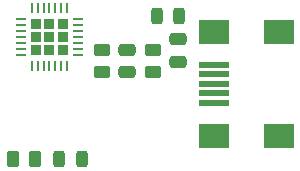
<source format=gtp>
%TF.GenerationSoftware,KiCad,Pcbnew,(6.0.5)*%
%TF.CreationDate,2024-01-21T09:52:01+01:00*%
%TF.ProjectId,pmod_usb_serial,706d6f64-5f75-4736-925f-73657269616c,rev?*%
%TF.SameCoordinates,Original*%
%TF.FileFunction,Paste,Top*%
%TF.FilePolarity,Positive*%
%FSLAX46Y46*%
G04 Gerber Fmt 4.6, Leading zero omitted, Abs format (unit mm)*
G04 Created by KiCad (PCBNEW (6.0.5)) date 2024-01-21 09:52:01*
%MOMM*%
%LPD*%
G01*
G04 APERTURE LIST*
G04 Aperture macros list*
%AMRoundRect*
0 Rectangle with rounded corners*
0 $1 Rounding radius*
0 $2 $3 $4 $5 $6 $7 $8 $9 X,Y pos of 4 corners*
0 Add a 4 corners polygon primitive as box body*
4,1,4,$2,$3,$4,$5,$6,$7,$8,$9,$2,$3,0*
0 Add four circle primitives for the rounded corners*
1,1,$1+$1,$2,$3*
1,1,$1+$1,$4,$5*
1,1,$1+$1,$6,$7*
1,1,$1+$1,$8,$9*
0 Add four rect primitives between the rounded corners*
20,1,$1+$1,$2,$3,$4,$5,0*
20,1,$1+$1,$4,$5,$6,$7,0*
20,1,$1+$1,$6,$7,$8,$9,0*
20,1,$1+$1,$8,$9,$2,$3,0*%
G04 Aperture macros list end*
%ADD10RoundRect,0.250000X0.262500X0.450000X-0.262500X0.450000X-0.262500X-0.450000X0.262500X-0.450000X0*%
%ADD11RoundRect,0.225000X0.225000X-0.225000X0.225000X0.225000X-0.225000X0.225000X-0.225000X-0.225000X0*%
%ADD12RoundRect,0.062500X0.062500X-0.337500X0.062500X0.337500X-0.062500X0.337500X-0.062500X-0.337500X0*%
%ADD13RoundRect,0.062500X0.337500X-0.062500X0.337500X0.062500X-0.337500X0.062500X-0.337500X-0.062500X0*%
%ADD14R,2.500000X0.500000*%
%ADD15R,2.500000X2.000000*%
%ADD16RoundRect,0.250000X0.475000X-0.250000X0.475000X0.250000X-0.475000X0.250000X-0.475000X-0.250000X0*%
%ADD17RoundRect,0.250000X-0.450000X0.262500X-0.450000X-0.262500X0.450000X-0.262500X0.450000X0.262500X0*%
%ADD18RoundRect,0.250000X0.450000X-0.262500X0.450000X0.262500X-0.450000X0.262500X-0.450000X-0.262500X0*%
%ADD19RoundRect,0.243750X0.243750X0.456250X-0.243750X0.456250X-0.243750X-0.456250X0.243750X-0.456250X0*%
%ADD20RoundRect,0.250000X-0.475000X0.250000X-0.475000X-0.250000X0.475000X-0.250000X0.475000X0.250000X0*%
G04 APERTURE END LIST*
D10*
%TO.C,R3*%
X135913500Y-103886000D03*
X134088500Y-103886000D03*
%TD*%
D11*
%TO.C,U1*%
X138280000Y-92479000D03*
X136040000Y-92479000D03*
X137160000Y-93599000D03*
X136040000Y-93599000D03*
X137160000Y-94719000D03*
X138280000Y-93599000D03*
X136040000Y-94719000D03*
X137160000Y-92479000D03*
X138280000Y-94719000D03*
D12*
X135660000Y-96049000D03*
X136160000Y-96049000D03*
X136660000Y-96049000D03*
X137160000Y-96049000D03*
X137660000Y-96049000D03*
X138160000Y-96049000D03*
X138660000Y-96049000D03*
D13*
X139610000Y-95099000D03*
X139610000Y-94599000D03*
X139610000Y-94099000D03*
X139610000Y-93599000D03*
X139610000Y-93099000D03*
X139610000Y-92599000D03*
X139610000Y-92099000D03*
D12*
X138660000Y-91149000D03*
X138160000Y-91149000D03*
X137660000Y-91149000D03*
X137160000Y-91149000D03*
X136660000Y-91149000D03*
X136160000Y-91149000D03*
X135660000Y-91149000D03*
D13*
X134710000Y-92099000D03*
X134710000Y-92599000D03*
X134710000Y-93099000D03*
X134710000Y-93599000D03*
X134710000Y-94099000D03*
X134710000Y-94599000D03*
X134710000Y-95099000D03*
%TD*%
D14*
%TO.C,J1*%
X151061000Y-99136000D03*
X151061000Y-98336000D03*
X151061000Y-97536000D03*
X151061000Y-96736000D03*
X151061000Y-95936000D03*
D15*
X151061000Y-101936000D03*
X151061000Y-93136000D03*
X156561000Y-93136000D03*
X156561000Y-101936000D03*
%TD*%
D16*
%TO.C,C2*%
X143764000Y-96581000D03*
X143764000Y-94681000D03*
%TD*%
D17*
%TO.C,R1*%
X145923000Y-94718500D03*
X145923000Y-96543500D03*
%TD*%
D18*
%TO.C,R2*%
X141605000Y-96543500D03*
X141605000Y-94718500D03*
%TD*%
D19*
%TO.C,D2*%
X139875500Y-103886000D03*
X138000500Y-103886000D03*
%TD*%
D20*
%TO.C,C1*%
X148082000Y-93792000D03*
X148082000Y-95692000D03*
%TD*%
D19*
%TO.C,D1*%
X148130500Y-91821000D03*
X146255500Y-91821000D03*
%TD*%
M02*

</source>
